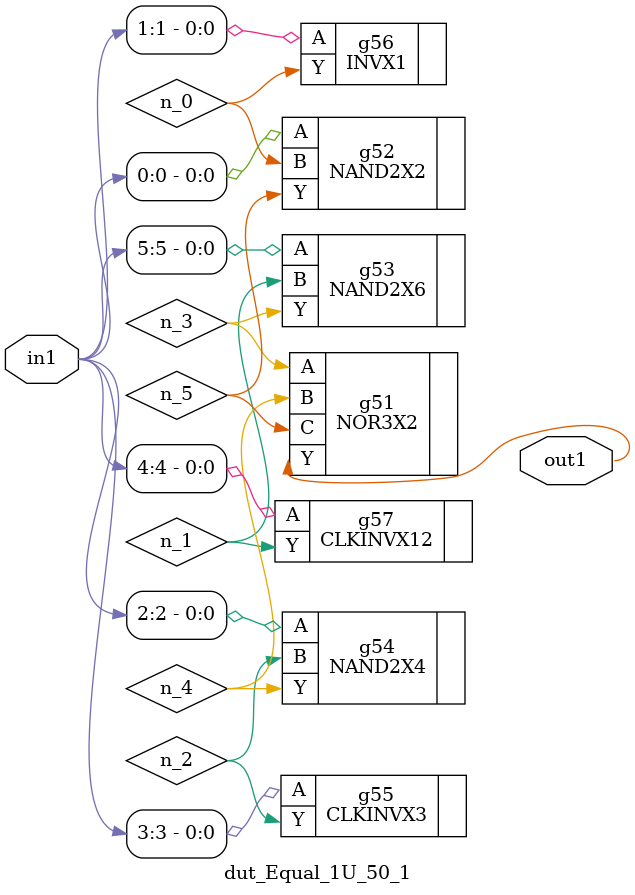
<source format=v>
`timescale 1ps / 1ps


module dut_Equal_1U_50_1(in1, out1);
  input [5:0] in1;
  output out1;
  wire [5:0] in1;
  wire out1;
  wire n_0, n_1, n_2, n_3, n_4, n_5;
  NOR3X2 g51(.A (n_3), .B (n_4), .C (n_5), .Y (out1));
  NAND2X2 g52(.A (in1[0]), .B (n_0), .Y (n_5));
  NAND2X4 g54(.A (in1[2]), .B (n_2), .Y (n_4));
  NAND2X6 g53(.A (in1[5]), .B (n_1), .Y (n_3));
  CLKINVX3 g55(.A (in1[3]), .Y (n_2));
  CLKINVX12 g57(.A (in1[4]), .Y (n_1));
  INVX1 g56(.A (in1[1]), .Y (n_0));
endmodule



</source>
